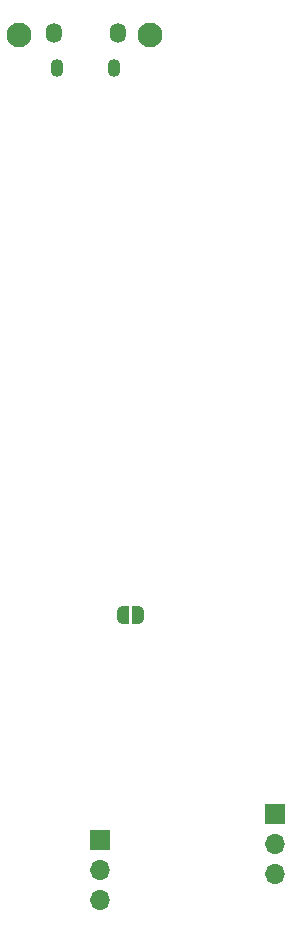
<source format=gbr>
%TF.GenerationSoftware,KiCad,Pcbnew,8.0.6*%
%TF.CreationDate,2024-11-26T17:38:28-05:00*%
%TF.ProjectId,Christmas Ornament 2024,43687269-7374-46d6-9173-204f726e616d,rev?*%
%TF.SameCoordinates,Original*%
%TF.FileFunction,Soldermask,Bot*%
%TF.FilePolarity,Negative*%
%FSLAX46Y46*%
G04 Gerber Fmt 4.6, Leading zero omitted, Abs format (unit mm)*
G04 Created by KiCad (PCBNEW 8.0.6) date 2024-11-26 17:38:28*
%MOMM*%
%LPD*%
G01*
G04 APERTURE LIST*
G04 Aperture macros list*
%AMFreePoly0*
4,1,19,0.500000,-0.750000,0.000000,-0.750000,0.000000,-0.744911,-0.071157,-0.744911,-0.207708,-0.704816,-0.327430,-0.627875,-0.420627,-0.520320,-0.479746,-0.390866,-0.500000,-0.250000,-0.500000,0.250000,-0.479746,0.390866,-0.420627,0.520320,-0.327430,0.627875,-0.207708,0.704816,-0.071157,0.744911,0.000000,0.744911,0.000000,0.750000,0.500000,0.750000,0.500000,-0.750000,0.500000,-0.750000,
$1*%
%AMFreePoly1*
4,1,19,0.000000,0.744911,0.071157,0.744911,0.207708,0.704816,0.327430,0.627875,0.420627,0.520320,0.479746,0.390866,0.500000,0.250000,0.500000,-0.250000,0.479746,-0.390866,0.420627,-0.520320,0.327430,-0.627875,0.207708,-0.704816,0.071157,-0.744911,0.000000,-0.744911,0.000000,-0.750000,-0.500000,-0.750000,-0.500000,0.750000,0.000000,0.750000,0.000000,0.744911,0.000000,0.744911,
$1*%
G04 Aperture macros list end*
%ADD10C,2.100000*%
%ADD11R,1.700000X1.700000*%
%ADD12O,1.700000X1.700000*%
%ADD13O,1.350000X1.700000*%
%ADD14O,1.100000X1.500000*%
%ADD15FreePoly0,180.000000*%
%ADD16FreePoly1,180.000000*%
G04 APERTURE END LIST*
D10*
%TO.C,H2*%
X121400000Y-52750000D03*
%TD*%
%TO.C,H1*%
X132500000Y-52750000D03*
%TD*%
D11*
%TO.C,J4*%
X128270000Y-120904000D03*
D12*
X128270000Y-123444000D03*
X128270000Y-125984000D03*
%TD*%
D11*
%TO.C,J5*%
X143020000Y-118760000D03*
D12*
X143020000Y-121300000D03*
X143020000Y-123840000D03*
%TD*%
D13*
%TO.C,J1*%
X129755000Y-52560000D03*
D14*
X129444999Y-55559999D03*
X124605000Y-55560000D03*
D13*
X124295000Y-52560000D03*
%TD*%
D15*
%TO.C,JP1*%
X131460000Y-101854000D03*
D16*
X130160000Y-101854000D03*
%TD*%
M02*

</source>
